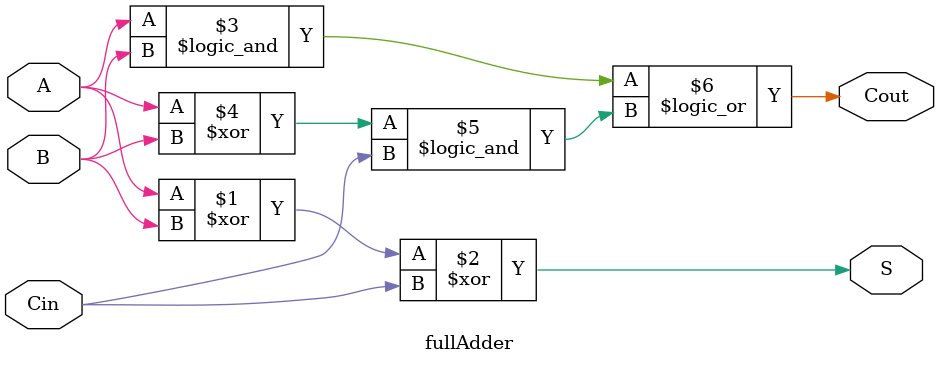
<source format=sv>
module fullAdder(
						input logic A,
						input logic B,
						input logic Cin,
						output logic S,
						output logic Cout
						);
						
						assign S = (A ^ B) ^ Cin;
						assign Cout = (A && B) || ((A ^ B) && Cin);
endmodule

</source>
